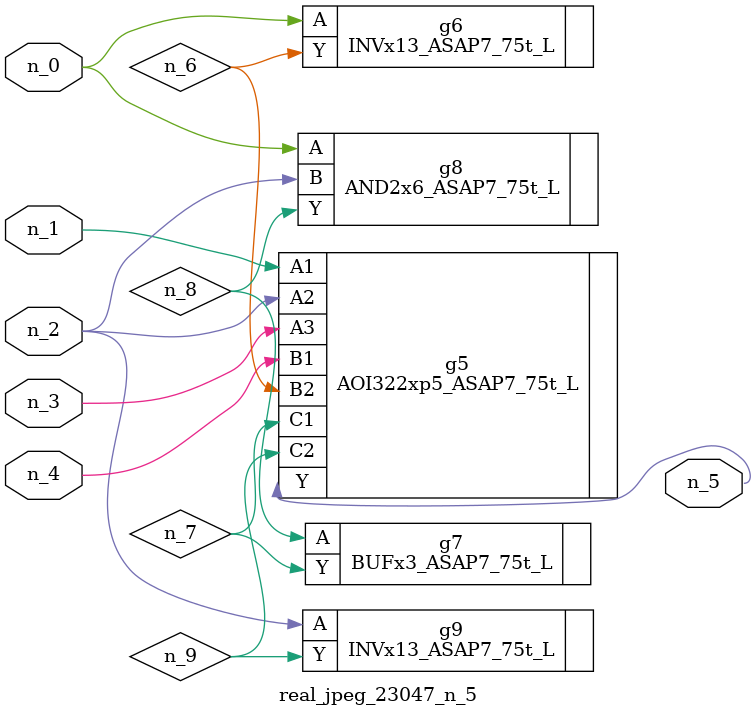
<source format=v>
module real_jpeg_23047_n_5 (n_4, n_0, n_1, n_2, n_3, n_5);

input n_4;
input n_0;
input n_1;
input n_2;
input n_3;

output n_5;

wire n_8;
wire n_6;
wire n_7;
wire n_9;

INVx13_ASAP7_75t_L g6 ( 
.A(n_0),
.Y(n_6)
);

AND2x6_ASAP7_75t_L g8 ( 
.A(n_0),
.B(n_2),
.Y(n_8)
);

AOI322xp5_ASAP7_75t_L g5 ( 
.A1(n_1),
.A2(n_2),
.A3(n_3),
.B1(n_4),
.B2(n_6),
.C1(n_7),
.C2(n_9),
.Y(n_5)
);

INVx13_ASAP7_75t_L g9 ( 
.A(n_2),
.Y(n_9)
);

BUFx3_ASAP7_75t_L g7 ( 
.A(n_8),
.Y(n_7)
);


endmodule
</source>
